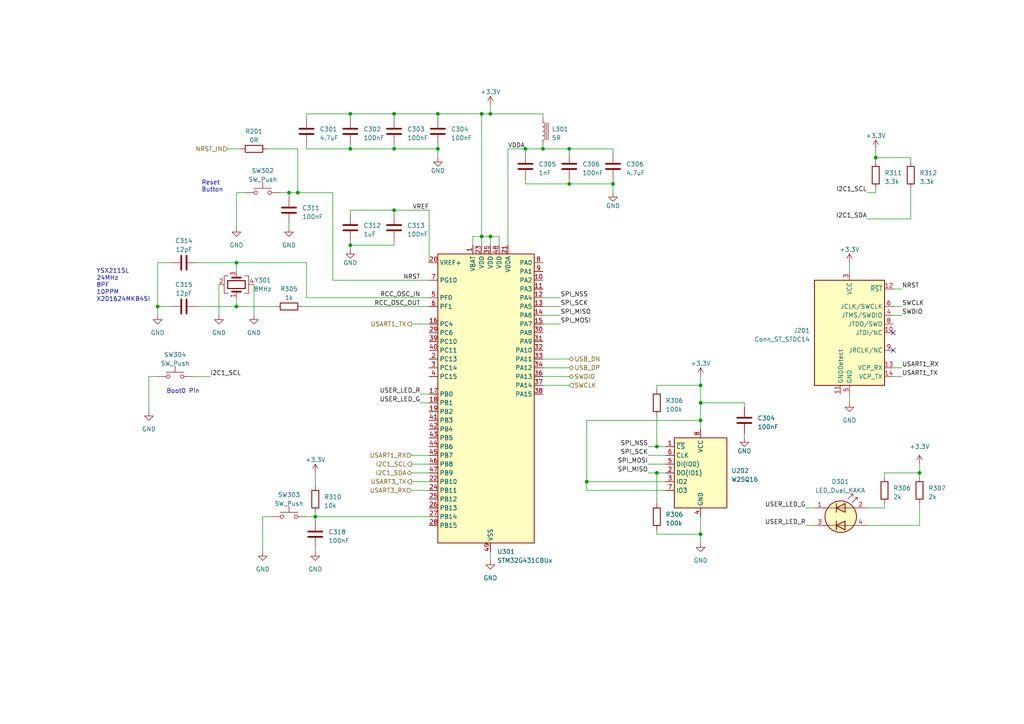
<source format=kicad_sch>
(kicad_sch (version 20230121) (generator eeschema)
  (paper "A4")
  (lib_symbols
    (symbol "Connector:Conn_ST_STDC14"
      (property "Reference" "J" (at -8.89 16.51 0))
      (property "Value" "Conn_ST_STDC14" (at 17.78 16.51 0))
      (symbol "Conn_ST_STDC14_0_1"
        (rectangle (start -10.16 15.24) (end 10.16 -15.24) (stroke (width 0.254)) (fill (type background)))
      )
      (symbol "Conn_ST_STDC14_1_1"
        (pin no_connect line (at -10.16 5.08 0) (length 2.54) hide (name "NC") (number "1"))
        (pin output line (at 12.7 0 180) (length 2.54) (name "JTDI/NC") (number "10"))
        (pin passive line (at -2.54 -17.78 90) (length 2.54) (name "GNDDetect") (number "11"))
        (pin open_collector line (at 12.7 12.7 180) (length 2.54) (name "~{RST}") (number "12"))
        (pin output line (at 12.7 -10.16 180) (length 2.54) (name "VCP_RX") (number "13"))
        (pin input line (at 12.7 -12.7 180) (length 2.54) (name "VCP_TX") (number "14"))
        (pin no_connect line (at -10.16 2.54 0) (length 2.54) hide (name "NC") (number "2"))
        (pin power_in line (at 0 17.78 270) (length 2.54) (name "VCC") (number "3"))
        (pin bidirectional line (at 12.7 5.08 180) (length 2.54) (name "JTMS/SWDIO") (number "4"))
        (pin power_in line (at 0 -17.78 90) (length 2.54) (name "GND") (number "5"))
        (pin output line (at 12.7 7.62 180) (length 2.54) (name "JCLK/SWCLK") (number "6"))
        (pin passive line (at 0 -17.78 90) (length 2.54) hide (name "GND") (number "7"))
        (pin input line (at 12.7 2.54 180) (length 2.54) (name "JTDO/SWO") (number "8"))
        (pin input line (at 12.7 -5.08 180) (length 2.54) (name "JRCLK/NC") (number "9"))
      )
    )
    (symbol "Device:C" (pin_numbers hide) (pin_names (offset 0.254))
      (property "Reference" "C" (at 0.635 2.54 0))
      (property "Value" "C" (at 0.635 -2.54 0))
      (symbol "C_0_1"
        (polyline (pts (xy -2.032 -0.762) (xy 2.032 -0.762)) (stroke (width 0.508)))
        (polyline (pts (xy -2.032 0.762) (xy 2.032 0.762)) (stroke (width 0.508)))
      )
      (symbol "C_1_1"
        (pin passive line (at 0 3.81 270) (length 2.794) (name "~") (number "1"))
        (pin passive line (at 0 -3.81 90) (length 2.794) (name "~") (number "2"))
      )
    )
    (symbol "Device:Crystal_GND24" (pin_names (offset 1.016) hide)
      (property "Reference" "Y" (at 3.175 5.08 0))
      (property "Value" "Crystal_GND24" (at 3.175 3.175 0))
      (symbol "Crystal_GND24_0_1"
        (rectangle (start -1.143 2.54) (end 1.143 -2.54) (stroke (width 0.3048)))
        (polyline (pts (xy -2.54 0) (xy -2.032 0)))
        (polyline (pts (xy -2.032 -1.27) (xy -2.032 1.27)) (stroke (width 0.508)))
        (polyline (pts (xy 0 -3.81) (xy 0 -3.556)))
        (polyline (pts (xy 0 3.556) (xy 0 3.81)))
        (polyline (pts (xy 2.032 -1.27) (xy 2.032 1.27)) (stroke (width 0.508)))
        (polyline (pts (xy 2.032 0) (xy 2.54 0)))
        (polyline (pts (xy -2.54 -2.286) (xy -2.54 -3.556) (xy 2.54 -3.556) (xy 2.54 -2.286)))
        (polyline (pts (xy -2.54 2.286) (xy -2.54 3.556) (xy 2.54 3.556) (xy 2.54 2.286)))
      )
      (symbol "Crystal_GND24_1_1"
        (pin passive line (at -3.81 0 0) (length 1.27) (name "1") (number "1"))
        (pin passive line (at 0 5.08 270) (length 1.27) (name "2") (number "2"))
        (pin passive line (at 3.81 0 180) (length 1.27) (name "3") (number "3"))
        (pin passive line (at 0 -5.08 90) (length 1.27) (name "4") (number "4"))
      )
    )
    (symbol "Device:LED_Dual_KAKA" (pin_names (offset 0) hide)
      (property "Reference" "D" (at 0 5.715 0))
      (property "Value" "LED_Dual_KAKA" (at 0 -6.35 0))
      (symbol "LED_Dual_KAKA_0_1"
        (polyline (pts (xy -5.08 -2.54) (xy 2.032 -2.54)))
        (polyline (pts (xy -5.08 2.54) (xy 2.032 2.54)))
        (polyline (pts (xy -1.27 -1.27) (xy -1.27 -3.81)) (stroke (width 0.254)))
        (polyline (pts (xy -1.27 3.81) (xy -1.27 1.27)) (stroke (width 0.254)))
        (polyline (pts (xy 3.81 -2.54) (xy 1.905 -2.54)))
        (polyline (pts (xy 3.81 2.54) (xy 1.905 2.54)))
        (polyline (pts (xy 1.27 -1.27) (xy 1.27 -3.81) (xy -1.27 -2.54) (xy 1.27 -1.27)) (stroke (width 0.254)))
        (polyline (pts (xy 1.27 3.81) (xy 1.27 1.27) (xy -1.27 2.54) (xy 1.27 3.81)) (stroke (width 0.254)))
        (polyline (pts (xy 2.032 5.08) (xy 3.556 6.604) (xy 2.794 6.604) (xy 3.556 6.604) (xy 3.556 5.842)))
        (polyline (pts (xy 3.302 4.064) (xy 4.826 5.588) (xy 4.064 5.588) (xy 4.826 5.588) (xy 4.826 4.826)))
        (circle (center 0 0) (radius 4.572) (stroke (width 0.254)) (fill (type background)))
      )
      (symbol "LED_Dual_KAKA_1_1"
        (pin input line (at -7.62 2.54 0) (length 3.048) (name "A1") (number "1"))
        (pin input line (at 7.62 2.54 180) (length 3.81) (name "K1") (number "2"))
        (pin input line (at -7.62 -2.54 0) (length 3.048) (name "A2") (number "3"))
        (pin input line (at 7.62 -2.54 180) (length 3.81) (name "K2") (number "4"))
      )
    )
    (symbol "Device:L_Iron" (pin_numbers hide) (pin_names (offset 1.016) hide)
      (property "Reference" "L" (at -1.27 0 90))
      (property "Value" "L_Iron" (at 2.794 0 90))
      (symbol "L_Iron_0_1"
        (arc (start 0 -2.54) (mid 0.6323 -1.905) (end 0 -1.27))
        (arc (start 0 -1.27) (mid 0.6323 -0.635) (end 0 0))
        (polyline (pts (xy 1.016 2.54) (xy 1.016 -2.54)))
        (polyline (pts (xy 1.524 -2.54) (xy 1.524 2.54)))
        (arc (start 0 0) (mid 0.6323 0.635) (end 0 1.27))
        (arc (start 0 1.27) (mid 0.6323 1.905) (end 0 2.54))
      )
      (symbol "L_Iron_1_1"
        (pin passive line (at 0 3.81 270) (length 1.27) (name "1") (number "1"))
        (pin passive line (at 0 -3.81 90) (length 1.27) (name "2") (number "2"))
      )
    )
    (symbol "Device:R" (pin_numbers hide) (pin_names (offset 0))
      (property "Reference" "R" (at 2.032 0 90))
      (property "Value" "R" (at 0 0 90))
      (symbol "R_0_1"
        (rectangle (start -1.016 -2.54) (end 1.016 2.54) (stroke (width 0.254)))
      )
      (symbol "R_1_1"
        (pin passive line (at 0 3.81 270) (length 1.27) (name "~") (number "1"))
        (pin passive line (at 0 -3.81 90) (length 1.27) (name "~") (number "2"))
      )
    )
    (symbol "MCU_ST_STM32G4:STM32G431CBUx"
      (property "Reference" "U" (at -12.7 44.45 0))
      (property "Value" "STM32G431CBUx" (at 10.16 44.45 0))
      (symbol "STM32G431CBUx_0_1"
        (rectangle (start -12.7 -40.64) (end 15.24 43.18) (stroke (width 0.254)) (fill (type background)))
      )
      (symbol "STM32G431CBUx_1_1"
        (pin power_in line (at -2.54 45.72 270) (length 2.54) (name "VBAT") (number "1"))
        (pin bidirectional line (at 17.78 35.56 180) (length 2.54) (name "PA2") (number "10"))
        (pin bidirectional line (at 17.78 33.02 180) (length 2.54) (name "PA3") (number "11"))
        (pin bidirectional line (at 17.78 30.48 180) (length 2.54) (name "PA4") (number "12"))
        (pin bidirectional line (at 17.78 27.94 180) (length 2.54) (name "PA5") (number "13"))
        (pin bidirectional line (at 17.78 25.4 180) (length 2.54) (name "PA6") (number "14"))
        (pin bidirectional line (at 17.78 22.86 180) (length 2.54) (name "PA7") (number "15"))
        (pin bidirectional line (at -15.24 22.86 0) (length 2.54) (name "PC4") (number "16"))
        (pin bidirectional line (at -15.24 2.54 0) (length 2.54) (name "PB0") (number "17"))
        (pin bidirectional line (at -15.24 0 0) (length 2.54) (name "PB1") (number "18"))
        (pin bidirectional line (at -15.24 -2.54 0) (length 2.54) (name "PB2") (number "19"))
        (pin bidirectional line (at -15.24 12.7 0) (length 2.54) (name "PC13") (number "2"))
        (pin input line (at -15.24 40.64 0) (length 2.54) (name "VREF+") (number "20"))
        (pin power_in line (at 7.62 45.72 270) (length 2.54) (name "VDDA") (number "21"))
        (pin bidirectional line (at -15.24 -22.86 0) (length 2.54) (name "PB10") (number "22"))
        (pin power_in line (at 0 45.72 270) (length 2.54) (name "VDD") (number "23"))
        (pin bidirectional line (at -15.24 -25.4 0) (length 2.54) (name "PB11") (number "24"))
        (pin bidirectional line (at -15.24 -27.94 0) (length 2.54) (name "PB12") (number "25"))
        (pin bidirectional line (at -15.24 -30.48 0) (length 2.54) (name "PB13") (number "26"))
        (pin bidirectional line (at -15.24 -33.02 0) (length 2.54) (name "PB14") (number "27"))
        (pin bidirectional line (at -15.24 -35.56 0) (length 2.54) (name "PB15") (number "28"))
        (pin bidirectional line (at -15.24 20.32 0) (length 2.54) (name "PC6") (number "29"))
        (pin bidirectional line (at -15.24 10.16 0) (length 2.54) (name "PC14") (number "3"))
        (pin bidirectional line (at 17.78 20.32 180) (length 2.54) (name "PA8") (number "30"))
        (pin bidirectional line (at 17.78 17.78 180) (length 2.54) (name "PA9") (number "31"))
        (pin bidirectional line (at 17.78 15.24 180) (length 2.54) (name "PA10") (number "32"))
        (pin bidirectional line (at 17.78 12.7 180) (length 2.54) (name "PA11") (number "33"))
        (pin bidirectional line (at 17.78 10.16 180) (length 2.54) (name "PA12") (number "34"))
        (pin power_in line (at 2.54 45.72 270) (length 2.54) (name "VDD") (number "35"))
        (pin bidirectional line (at 17.78 7.62 180) (length 2.54) (name "PA13") (number "36"))
        (pin bidirectional line (at 17.78 5.08 180) (length 2.54) (name "PA14") (number "37"))
        (pin bidirectional line (at 17.78 2.54 180) (length 2.54) (name "PA15") (number "38"))
        (pin bidirectional line (at -15.24 17.78 0) (length 2.54) (name "PC10") (number "39"))
        (pin bidirectional line (at -15.24 7.62 0) (length 2.54) (name "PC15") (number "4"))
        (pin bidirectional line (at -15.24 15.24 0) (length 2.54) (name "PC11") (number "40"))
        (pin bidirectional line (at -15.24 -5.08 0) (length 2.54) (name "PB3") (number "41"))
        (pin bidirectional line (at -15.24 -7.62 0) (length 2.54) (name "PB4") (number "42"))
        (pin bidirectional line (at -15.24 -10.16 0) (length 2.54) (name "PB5") (number "43"))
        (pin bidirectional line (at -15.24 -12.7 0) (length 2.54) (name "PB6") (number "44"))
        (pin bidirectional line (at -15.24 -15.24 0) (length 2.54) (name "PB7") (number "45"))
        (pin bidirectional line (at -15.24 -17.78 0) (length 2.54) (name "PB8") (number "46"))
        (pin bidirectional line (at -15.24 -20.32 0) (length 2.54) (name "PB9") (number "47"))
        (pin power_in line (at 5.08 45.72 270) (length 2.54) (name "VDD") (number "48"))
        (pin power_in line (at 2.54 -43.18 90) (length 2.54) (name "VSS") (number "49"))
        (pin bidirectional line (at -15.24 30.48 0) (length 2.54) (name "PF0") (number "5"))
        (pin bidirectional line (at -15.24 27.94 0) (length 2.54) (name "PF1") (number "6"))
        (pin bidirectional line (at -15.24 35.56 0) (length 2.54) (name "PG10") (number "7"))
        (pin bidirectional line (at 17.78 40.64 180) (length 2.54) (name "PA0") (number "8"))
        (pin bidirectional line (at 17.78 38.1 180) (length 2.54) (name "PA1") (number "9"))
      )
    )
    (symbol "Memory_Flash:W25Q32JVSS"
      (property "Reference" "U" (at -6.35 11.43 0))
      (property "Value" "W25Q32JVSS" (at 7.62 11.43 0))
      (symbol "W25Q32JVSS_0_1"
        (rectangle (start -7.62 10.16) (end 7.62 -10.16) (stroke (width 0.254)) (fill (type background)))
      )
      (symbol "W25Q32JVSS_1_1"
        (pin input line (at -10.16 7.62 0) (length 2.54) (name "~{CS}") (number "1"))
        (pin bidirectional line (at -10.16 0 0) (length 2.54) (name "DO(IO1)") (number "2"))
        (pin bidirectional line (at -10.16 -2.54 0) (length 2.54) (name "IO2") (number "3"))
        (pin power_in line (at 0 -12.7 90) (length 2.54) (name "GND") (number "4"))
        (pin bidirectional line (at -10.16 2.54 0) (length 2.54) (name "DI(IO0)") (number "5"))
        (pin input line (at -10.16 5.08 0) (length 2.54) (name "CLK") (number "6"))
        (pin bidirectional line (at -10.16 -5.08 0) (length 2.54) (name "IO3") (number "7"))
        (pin power_in line (at 0 12.7 270) (length 2.54) (name "VCC") (number "8"))
      )
    )
    (symbol "Switch:SW_Push" (pin_numbers hide) (pin_names (offset 1.016) hide)
      (property "Reference" "SW" (at 1.27 2.54 0))
      (property "Value" "SW_Push" (at 0 -1.524 0))
      (symbol "SW_Push_0_1"
        (circle (center -2.032 0) (radius 0.508))
        (polyline (pts (xy 0 1.27) (xy 0 3.048)))
        (polyline (pts (xy 2.54 1.27) (xy -2.54 1.27)))
        (circle (center 2.032 0) (radius 0.508))
        (pin passive line (at -5.08 0 0) (length 2.54) (name "1") (number "1"))
        (pin passive line (at 5.08 0 180) (length 2.54) (name "2") (number "2"))
      )
    )
    (symbol "power:+3.3V" (power) (pin_names (offset 0))
      (property "Value" "+3.3V" (at 0 3.556 0))
      (symbol "+3.3V_0_1"
        (polyline (pts (xy -0.762 1.27) (xy 0 2.54)))
        (polyline (pts (xy 0 0) (xy 0 2.54)))
        (polyline (pts (xy 0 2.54) (xy 0.762 1.27)))
      )
      (symbol "+3.3V_1_1"
        (pin power_in line (at 0 0 90) (length 0) hide (name "+3.3V") (number "1"))
      )
    )
    (symbol "power:GND" (power) (pin_names (offset 0))
      (property "Value" "GND" (at 0 -3.81 0))
      (symbol "GND_0_1"
        (polyline (pts (xy 0 0) (xy 0 -1.27) (xy 1.27 -1.27) (xy 0 -2.54) (xy -1.27 -1.27) (xy 0 -1.27)))
      )
      (symbol "GND_1_1"
        (pin power_in line (at 0 0 270) (length 0) hide (name "GND") (number "1"))
      )
    )
  )
  (junction (at 170.18 139.7))
  (junction (at 152.4 43.18))
  (junction (at 68.58 76.2))
  (junction (at 45.72 88.9))
  (junction (at 254 45.72))
  (junction (at 177.8 53.34))
  (junction (at 165.1 53.34))
  (junction (at 86.36 55.88))
  (junction (at 101.6 33.02))
  (junction (at 190.5 137.16))
  (junction (at 203.2 154.94))
  (junction (at 83.82 55.88))
  (junction (at 68.58 88.9))
  (junction (at 203.2 121.92))
  (junction (at 101.6 43.18))
  (junction (at 127 33.02))
  (junction (at 203.2 116.84))
  (junction (at 114.3 60.96))
  (junction (at 142.24 68.58))
  (junction (at 114.3 43.18))
  (junction (at 139.7 33.02))
  (junction (at 203.2 111.76))
  (junction (at 165.1 43.18))
  (junction (at 190.5 129.54))
  (junction (at 157.48 43.18))
  (junction (at 91.44 149.86))
  (junction (at 139.7 68.58))
  (junction (at 114.3 33.02))
  (junction (at 266.7 137.16))
  (junction (at 101.6 71.12))
  (junction (at 142.24 33.02))
  (junction (at 127 43.18))
  (no_connect (at 259.08 101.6))
  (no_connect (at 259.08 96.52))
  (wire (pts (xy 259.08 106.68) (xy 261.62 106.68)))
  (wire (pts (xy 254 54.61) (xy 254 55.88)))
  (wire (pts (xy 127 43.18) (xy 127 41.91)))
  (wire (pts (xy 264.16 46.99) (xy 264.16 45.72)))
  (wire (pts (xy 157.48 88.9) (xy 162.56 88.9)))
  (wire (pts (xy 119.38 137.16) (xy 124.46 137.16)))
  (wire (pts (xy 190.5 129.54) (xy 193.04 129.54)))
  (wire (pts (xy 71.12 55.88) (xy 68.58 55.88)))
  (wire (pts (xy 177.8 44.45) (xy 177.8 43.18)))
  (wire (pts (xy 152.4 52.07) (xy 152.4 53.34)))
  (wire (pts (xy 246.38 76.2) (xy 246.38 78.74)))
  (wire (pts (xy 152.4 43.18) (xy 147.32 43.18)))
  (wire (pts (xy 119.38 93.98) (xy 124.46 93.98)))
  (wire (pts (xy 264.16 63.5) (xy 251.46 63.5)))
  (wire (pts (xy 256.54 137.16) (xy 266.7 137.16)))
  (wire (pts (xy 119.38 134.62) (xy 124.46 134.62)))
  (wire (pts (xy 96.52 81.28) (xy 96.52 55.88)))
  (wire (pts (xy 142.24 68.58) (xy 139.7 68.58)))
  (wire (pts (xy 190.5 137.16) (xy 193.04 137.16)))
  (wire (pts (xy 203.2 111.76) (xy 190.5 111.76)))
  (wire (pts (xy 45.72 88.9) (xy 45.72 76.2)))
  (wire (pts (xy 266.7 146.05) (xy 266.7 152.4)))
  (wire (pts (xy 127 43.18) (xy 127 45.72)))
  (wire (pts (xy 119.38 132.08) (xy 124.46 132.08)))
  (wire (pts (xy 142.24 71.12) (xy 142.24 68.58)))
  (wire (pts (xy 190.5 153.67) (xy 190.5 154.94)))
  (wire (pts (xy 259.08 88.9) (xy 261.62 88.9)))
  (wire (pts (xy 68.58 88.9) (xy 80.01 88.9)))
  (wire (pts (xy 88.9 76.2) (xy 88.9 86.36)))
  (wire (pts (xy 215.9 118.11) (xy 215.9 116.84)))
  (wire (pts (xy 66.04 43.18) (xy 69.85 43.18)))
  (wire (pts (xy 88.9 149.86) (xy 91.44 149.86)))
  (wire (pts (xy 101.6 60.96) (xy 114.3 60.96)))
  (wire (pts (xy 121.92 114.3) (xy 124.46 114.3)))
  (wire (pts (xy 254 43.18) (xy 254 45.72)))
  (wire (pts (xy 233.68 147.32) (xy 236.22 147.32)))
  (wire (pts (xy 190.5 137.16) (xy 190.5 146.05)))
  (wire (pts (xy 55.88 109.22) (xy 60.96 109.22)))
  (wire (pts (xy 77.47 43.18) (xy 86.36 43.18)))
  (wire (pts (xy 101.6 43.18) (xy 114.3 43.18)))
  (wire (pts (xy 254 55.88) (xy 251.46 55.88)))
  (wire (pts (xy 157.48 41.91) (xy 157.48 43.18)))
  (wire (pts (xy 86.36 55.88) (xy 83.82 55.88)))
  (wire (pts (xy 157.48 91.44) (xy 162.56 91.44)))
  (wire (pts (xy 165.1 44.45) (xy 165.1 43.18)))
  (wire (pts (xy 233.68 152.4) (xy 236.22 152.4)))
  (wire (pts (xy 203.2 109.22) (xy 203.2 111.76)))
  (wire (pts (xy 68.58 55.88) (xy 68.58 66.04)))
  (wire (pts (xy 68.58 76.2) (xy 88.9 76.2)))
  (wire (pts (xy 87.63 88.9) (xy 124.46 88.9)))
  (wire (pts (xy 157.48 93.98) (xy 162.56 93.98)))
  (wire (pts (xy 256.54 137.16) (xy 256.54 138.43)))
  (wire (pts (xy 101.6 41.91) (xy 101.6 43.18)))
  (wire (pts (xy 203.2 121.92) (xy 203.2 124.46)))
  (wire (pts (xy 83.82 64.77) (xy 83.82 66.04)))
  (wire (pts (xy 256.54 146.05) (xy 256.54 147.32)))
  (wire (pts (xy 157.48 106.68) (xy 165.1 106.68)))
  (wire (pts (xy 203.2 116.84) (xy 215.9 116.84)))
  (wire (pts (xy 124.46 60.96) (xy 114.3 60.96)))
  (wire (pts (xy 86.36 43.18) (xy 86.36 55.88)))
  (wire (pts (xy 101.6 71.12) (xy 114.3 71.12)))
  (wire (pts (xy 170.18 139.7) (xy 170.18 121.92)))
  (wire (pts (xy 157.48 43.18) (xy 165.1 43.18)))
  (wire (pts (xy 96.52 81.28) (xy 124.46 81.28)))
  (wire (pts (xy 187.96 134.62) (xy 193.04 134.62)))
  (wire (pts (xy 157.48 86.36) (xy 162.56 86.36)))
  (wire (pts (xy 203.2 149.86) (xy 203.2 154.94)))
  (wire (pts (xy 88.9 34.29) (xy 88.9 33.02)))
  (wire (pts (xy 152.4 53.34) (xy 165.1 53.34)))
  (wire (pts (xy 165.1 53.34) (xy 177.8 53.34)))
  (wire (pts (xy 86.36 55.88) (xy 96.52 55.88)))
  (wire (pts (xy 157.48 104.14) (xy 165.1 104.14)))
  (wire (pts (xy 144.78 68.58) (xy 142.24 68.58)))
  (wire (pts (xy 259.08 109.22) (xy 261.62 109.22)))
  (wire (pts (xy 137.16 68.58) (xy 137.16 71.12)))
  (wire (pts (xy 45.72 109.22) (xy 43.18 109.22)))
  (wire (pts (xy 165.1 52.07) (xy 165.1 53.34)))
  (wire (pts (xy 114.3 41.91) (xy 114.3 43.18)))
  (wire (pts (xy 114.3 71.12) (xy 114.3 69.85)))
  (wire (pts (xy 83.82 57.15) (xy 83.82 55.88)))
  (wire (pts (xy 45.72 88.9) (xy 49.53 88.9)))
  (wire (pts (xy 170.18 121.92) (xy 203.2 121.92)))
  (wire (pts (xy 101.6 71.12) (xy 101.6 72.39)))
  (wire (pts (xy 254 45.72) (xy 264.16 45.72)))
  (wire (pts (xy 190.5 120.65) (xy 190.5 129.54)))
  (wire (pts (xy 139.7 33.02) (xy 139.7 68.58)))
  (wire (pts (xy 203.2 116.84) (xy 203.2 121.92)))
  (wire (pts (xy 119.38 142.24) (xy 124.46 142.24)))
  (wire (pts (xy 170.18 142.24) (xy 170.18 139.7)))
  (wire (pts (xy 264.16 54.61) (xy 264.16 63.5)))
  (wire (pts (xy 157.48 33.02) (xy 142.24 33.02)))
  (wire (pts (xy 152.4 44.45) (xy 152.4 43.18)))
  (wire (pts (xy 119.38 139.7) (xy 124.46 139.7)))
  (wire (pts (xy 144.78 71.12) (xy 144.78 68.58)))
  (wire (pts (xy 259.08 91.44) (xy 261.62 91.44)))
  (wire (pts (xy 170.18 139.7) (xy 193.04 139.7)))
  (wire (pts (xy 256.54 147.32) (xy 251.46 147.32)))
  (wire (pts (xy 157.48 34.29) (xy 157.48 33.02)))
  (wire (pts (xy 81.28 55.88) (xy 83.82 55.88)))
  (wire (pts (xy 101.6 34.29) (xy 101.6 33.02)))
  (wire (pts (xy 187.96 137.16) (xy 190.5 137.16)))
  (wire (pts (xy 114.3 33.02) (xy 127 33.02)))
  (wire (pts (xy 68.58 78.74) (xy 68.58 76.2)))
  (wire (pts (xy 114.3 33.02) (xy 114.3 34.29)))
  (wire (pts (xy 101.6 43.18) (xy 88.9 43.18)))
  (wire (pts (xy 76.2 149.86) (xy 76.2 160.02)))
  (wire (pts (xy 142.24 33.02) (xy 139.7 33.02)))
  (wire (pts (xy 203.2 154.94) (xy 203.2 157.48)))
  (wire (pts (xy 91.44 149.86) (xy 124.46 149.86)))
  (wire (pts (xy 139.7 71.12) (xy 139.7 68.58)))
  (wire (pts (xy 124.46 60.96) (xy 124.46 76.2)))
  (wire (pts (xy 57.15 76.2) (xy 68.58 76.2)))
  (wire (pts (xy 91.44 137.16) (xy 91.44 140.97)))
  (wire (pts (xy 165.1 43.18) (xy 177.8 43.18)))
  (wire (pts (xy 68.58 86.36) (xy 68.58 88.9)))
  (wire (pts (xy 142.24 30.48) (xy 142.24 33.02)))
  (wire (pts (xy 45.72 91.44) (xy 45.72 88.9)))
  (wire (pts (xy 266.7 152.4) (xy 251.46 152.4)))
  (wire (pts (xy 91.44 151.13) (xy 91.44 149.86)))
  (wire (pts (xy 88.9 33.02) (xy 101.6 33.02)))
  (wire (pts (xy 177.8 53.34) (xy 177.8 55.88)))
  (wire (pts (xy 101.6 71.12) (xy 101.6 69.85)))
  (wire (pts (xy 190.5 111.76) (xy 190.5 113.03)))
  (wire (pts (xy 127 34.29) (xy 127 33.02)))
  (wire (pts (xy 266.7 137.16) (xy 266.7 138.43)))
  (wire (pts (xy 114.3 43.18) (xy 127 43.18)))
  (wire (pts (xy 215.9 125.73) (xy 215.9 127)))
  (wire (pts (xy 91.44 158.75) (xy 91.44 160.02)))
  (wire (pts (xy 139.7 68.58) (xy 137.16 68.58)))
  (wire (pts (xy 177.8 52.07) (xy 177.8 53.34)))
  (wire (pts (xy 187.96 132.08) (xy 193.04 132.08)))
  (wire (pts (xy 142.24 160.02) (xy 142.24 162.56)))
  (wire (pts (xy 78.74 149.86) (xy 76.2 149.86)))
  (wire (pts (xy 73.66 82.55) (xy 73.66 91.44)))
  (wire (pts (xy 147.32 43.18) (xy 147.32 71.12)))
  (wire (pts (xy 91.44 148.59) (xy 91.44 149.86)))
  (wire (pts (xy 127 33.02) (xy 139.7 33.02)))
  (wire (pts (xy 121.92 116.84) (xy 124.46 116.84)))
  (wire (pts (xy 57.15 88.9) (xy 68.58 88.9)))
  (wire (pts (xy 203.2 111.76) (xy 203.2 116.84)))
  (wire (pts (xy 43.18 109.22) (xy 43.18 119.38)))
  (wire (pts (xy 187.96 129.54) (xy 190.5 129.54)))
  (wire (pts (xy 193.04 142.24) (xy 170.18 142.24)))
  (wire (pts (xy 266.7 134.62) (xy 266.7 137.16)))
  (wire (pts (xy 259.08 83.82) (xy 261.62 83.82)))
  (wire (pts (xy 114.3 60.96) (xy 114.3 62.23)))
  (wire (pts (xy 63.5 91.44) (xy 63.5 82.55)))
  (wire (pts (xy 101.6 33.02) (xy 114.3 33.02)))
  (wire (pts (xy 254 45.72) (xy 254 46.99)))
  (wire (pts (xy 45.72 76.2) (xy 49.53 76.2)))
  (wire (pts (xy 88.9 41.91) (xy 88.9 43.18)))
  (wire (pts (xy 88.9 86.36) (xy 124.46 86.36)))
  (wire (pts (xy 157.48 109.22) (xy 165.1 109.22)))
  (wire (pts (xy 157.48 43.18) (xy 152.4 43.18)))
  (wire (pts (xy 246.38 114.3) (xy 246.38 116.84)))
  (wire (pts (xy 157.48 111.76) (xy 165.1 111.76)))
  (wire (pts (xy 190.5 154.94) (xy 203.2 154.94)))
  (wire (pts (xy 101.6 60.96) (xy 101.6 62.23)))
  (text "Reset\nButton" (at 58.42 55.88 0) (effects (font (size 1.27 1.27)) (justify left bottom)))
  (text "YSX211SL\n24MHz\n8PF\n10PPM\nX201624MKB4SI" (at 27.94 87.63 0) (effects (font (size 1.27 1.27)) (justify left bottom)))
  (text "Boot0 Pin" (at 48.26 114.3 0) (effects (font (size 1.27 1.27)) (justify left bottom)))
  (label "RCC_OSC_OUT" (at 121.92 88.9 180))
  (label "SPI_SCK" (at 162.56 88.9 0))
  (label "USART1_TX" (at 261.62 109.22 0))
  (label "USER_LED_G" (at 233.68 147.32 180))
  (label "USER_LED_G" (at 121.92 116.84 180))
  (label "SPI_NSS" (at 162.56 86.36 0))
  (label "SPI_MOSI" (at 162.56 93.98 0))
  (label "SPI_NSS" (at 187.96 129.54 180))
  (label "SPI_SCK" (at 187.96 132.08 180))
  (label "I2C1_SDA" (at 251.46 63.5 180))
  (label "USER_LED_R" (at 233.68 152.4 180))
  (label "VREF" (at 124.46 60.96 180))
  (label "NRST" (at 261.62 83.82 0))
  (label "VDDA" (at 147.32 43.18 0))
  (label "USART1_RX" (at 261.62 106.68 0))
  (label "I2C1_SCL" (at 251.46 55.88 180))
  (label "SPI_MISO" (at 162.56 91.44 0))
  (label "SWCLK" (at 261.62 88.9 0))
  (label "NRST" (at 121.92 81.28 180))
  (label "USER_LED_R" (at 121.92 114.3 180))
  (label "SPI_MOSI" (at 187.96 134.62 180))
  (label "I2C1_SCL" (at 60.96 109.22 0))
  (label "SPI_MISO" (at 187.96 137.16 180))
  (label "RCC_OSC_IN" (at 121.92 86.36 180))
  (label "SWDIO" (at 261.62 91.44 0))
  (hierarchical_label "USART3_RX" (shape input) (at 119.38 142.24 180))
  (hierarchical_label "USART1_RX" (shape input) (at 119.38 132.08 180))
  (hierarchical_label "USB_DN" (shape bidirectional) (at 165.1 104.14 0))
  (hierarchical_label "USART3_TX" (shape output) (at 119.38 139.7 180))
  (hierarchical_label "USART1_TX" (shape output) (at 119.38 93.98 180))
  (hierarchical_label "I2C1_SCL" (shape output) (at 119.38 134.62 180))
  (hierarchical_label "SWDIO" (shape bidirectional) (at 165.1 109.22 0))
  (hierarchical_label "NRST_IN" (shape input) (at 66.04 43.18 180))
  (hierarchical_label "USB_DP" (shape bidirectional) (at 165.1 106.68 0))
  (hierarchical_label "SWCLK" (shape input) (at 165.1 111.76 0))
  (hierarchical_label "I2C1_SDA" (shape bidirectional) (at 119.38 137.16 180))
  (symbol (lib_id "Device:C") (at 127 38.1 0) (unit 1)
    (property "Reference" "C304" (at 130.81 37.465 0) (effects (justify left)))
    (property "Value" "100nF" (at 130.81 40.005 0) (effects (justify left)))
    (property "Footprint" "Capacitor_SMD:C_0402_1005Metric" (effects hide))
    (instances (project "Quad_RAK3172_Board" (path "" (reference "C304") (unit 1))) (project "LCD-1.9in-GUI" (path "" (reference "C204") (unit 1))) (project "STM32-USB-Audio-Board" (path "" (reference "C204") (unit 1))))
  )
  (symbol (lib_id "power:GND") (at 246.38 116.84 0) (unit 1)
    (property "Reference" "#PWR0322" (effects hide))
    (property "Value" "GND" (at 246.38 121.92 0))
    (instances (project "Quad_RAK3172_Board" (path "" (reference "#PWR0322") (unit 1))) (project "LCD-1.9in-GUI" (path "" (reference "#PWR0213") (unit 1))) (project "STM32-USB-Audio-Board" (path "" (reference "#PWR0213") (unit 1))))
  )
  (symbol (lib_id "Switch:SW_Push") (at 50.8 109.22 0) (unit 1)
    (property "Reference" "SW304" (at 50.8 102.87 0))
    (property "Value" "SW_Push" (at 50.8 105.41 0))
    (property "Footprint" "Button_Switch_SMD:SW_SPST_B3U-1000P-B" (effects hide))
    (instances (project "Quad_RAK3172_Board" (path "" (reference "SW304") (unit 1))) (project "LCD-1.9in-GUI" (path "" (reference "SW202") (unit 1))) (project "STM32-USB-Audio-Board" (path "" (reference "SW202") (unit 1))))
  )
  (symbol (lib_id "power:GND") (at 127 45.72 0) (unit 1)
    (property "Reference" "#PWR0304" (effects hide))
    (property "Value" "GND" (at 127 49.53 0))
    (instances (project "Quad_RAK3172_Board" (path "" (reference "#PWR0304") (unit 1))) (project "LCD-1.9in-GUI" (path "" (reference "#PWR0203") (unit 1))) (project "STM32-USB-Audio-Board" (path "" (reference "#PWR0203") (unit 1))))
  )
  (symbol (lib_id "Device:R") (at 83.82 88.9 90) (unit 1)
    (property "Reference" "R305" (at 83.82 83.82 90))
    (property "Value" "1k" (at 83.82 86.36 90))
    (property "Footprint" "Resistor_SMD:R_0402_1005Metric" (effects hide))
    (instances (project "Quad_RAK3172_Board" (path "" (reference "R305") (unit 1))) (project "LCD-1.9in-GUI" (path "" (reference "R204") (unit 1))) (project "STM32-USB-Audio-Board" (path "" (reference "R204") (unit 1))))
  )
  (symbol (lib_id "power:+3.3V") (at 254 43.18 0) (unit 1)
    (property "Reference" "#PWR0327" (effects hide))
    (property "Value" "+3.3V" (at 254 39.37 0))
    (instances (project "Quad_RAK3172_Board" (path "" (reference "#PWR0327") (unit 1))) (project "LCD-1.9in-GUI" (path "" (reference "#PWR0202") (unit 1))) (project "STM32-USB-Audio-Board" (path "" (reference "#PWR0202") (unit 1))))
  )
  (symbol (lib_id "Device:C") (at 88.9 38.1 0) (unit 1)
    (property "Reference" "C301" (at 92.71 37.465 0) (effects (justify left)))
    (property "Value" "4.7uF" (at 92.71 40.005 0) (effects (justify left)))
    (property "Footprint" "Capacitor_SMD:C_0603_1608Metric" (effects hide))
    (instances (project "Quad_RAK3172_Board" (path "" (reference "C301") (unit 1))) (project "LCD-1.9in-GUI" (path "" (reference "C201") (unit 1))) (project "STM32-USB-Audio-Board" (path "" (reference "C201") (unit 1))))
  )
  (symbol (lib_id "power:+3.3V") (at 266.7 134.62 0) (unit 1)
    (property "Reference" "#PWR0315" (effects hide))
    (property "Value" "+3.3V" (at 266.7 129.54 0))
    (instances (project "Quad_RAK3172_Board" (path "" (reference "#PWR0315") (unit 1))) (project "pico-swd-programmer" (path "" (reference "#PWR0209") (unit 1))) (project "LCD-1.9in-GUI" (path "" (reference "#PWR0216") (unit 1))) (project "STM32-USB-Audio-Board" (path "" (reference "#PWR0214") (unit 1))) (project "ble-lamp" (path "" (reference "#PWR0201") (unit 1))))
  )
  (symbol (lib_id "Device:C") (at 101.6 66.04 0) (unit 1)
    (property "Reference" "C312" (at 105.41 65.405 0) (effects (justify left)))
    (property "Value" "1uF" (at 105.41 67.945 0) (effects (justify left)))
    (property "Footprint" "Capacitor_SMD:C_0402_1005Metric" (effects hide))
    (instances (project "Quad_RAK3172_Board" (path "" (reference "C312") (unit 1))) (project "LCD-1.9in-GUI" (path "" (reference "C209") (unit 1))) (project "STM32-USB-Audio-Board" (path "" (reference "C209") (unit 1))))
  )
  (symbol (lib_id "Device:C") (at 152.4 48.26 0) (unit 1)
    (property "Reference" "C305" (at 156.21 47.625 0) (effects (justify left)))
    (property "Value" "1nF" (at 156.21 50.165 0) (effects (justify left)))
    (property "Footprint" "Capacitor_SMD:C_0402_1005Metric" (effects hide))
    (instances (project "Quad_RAK3172_Board" (path "" (reference "C305") (unit 1))) (project "LCD-1.9in-GUI" (path "" (reference "C205") (unit 1))) (project "STM32-USB-Audio-Board" (path "" (reference "C205") (unit 1))))
  )
  (symbol (lib_id "Device:R") (at 91.44 144.78 180) (unit 1)
    (property "Reference" "R310" (at 93.98 144.145 0) (effects (justify right)))
    (property "Value" "10k" (at 93.98 146.685 0) (effects (justify right)))
    (property "Footprint" "Resistor_SMD:R_0402_1005Metric" (effects hide))
    (instances (project "Quad_RAK3172_Board" (path "" (reference "R310") (unit 1))) (project "LCD-1.9in-GUI" (path "" (reference "R208") (unit 1))) (project "STM32-USB-Audio-Board" (path "" (reference "R208") (unit 1))))
  )
  (symbol (lib_id "power:+3.3V") (at 246.38 76.2 0) (unit 1)
    (property "Reference" "#PWR0327" (effects hide))
    (property "Value" "+3.3V" (at 246.38 72.39 0))
    (instances (project "Quad_RAK3172_Board" (path "" (reference "#PWR0327") (unit 1))) (project "LCD-1.9in-GUI" (path "" (reference "#PWR0208") (unit 1))) (project "STM32-USB-Audio-Board" (path "" (reference "#PWR0208") (unit 1))))
  )
  (symbol (lib_id "Device:C") (at 53.34 76.2 90) (unit 1)
    (property "Reference" "C314" (at 53.34 69.85 90))
    (property "Value" "12pF" (at 53.34 72.39 90))
    (property "Footprint" "Capacitor_SMD:C_0402_1005Metric" (effects hide))
    (instances (project "Quad_RAK3172_Board" (path "" (reference "C314") (unit 1))) (project "LCD-1.9in-GUI" (path "" (reference "C211") (unit 1))) (project "STM32-USB-Audio-Board" (path "" (reference "C211") (unit 1))))
  )
  (symbol (lib_id "Switch:SW_Push") (at 83.82 149.86 0) (unit 1)
    (property "Reference" "SW303" (at 83.82 143.51 0))
    (property "Value" "SW_Push" (at 83.82 146.05 0))
    (property "Footprint" "Button_Switch_SMD:SW_SPST_B3U-1000P-B" (effects hide))
    (instances (project "Quad_RAK3172_Board" (path "" (reference "SW303") (unit 1))) (project "LCD-1.9in-GUI" (path "" (reference "SW203") (unit 1))) (project "STM32-USB-Audio-Board" (path "" (reference "SW204") (unit 1))))
  )
  (symbol (lib_id "Device:Crystal_GND24") (at 68.58 82.55 90) (unit 1)
    (property "Reference" "Y301" (at 76.2 81.28 90))
    (property "Value" "8MHz" (at 76.2 83.82 90))
    (property "Footprint" "Crystal:Crystal_SMD_2016-4Pin_2.0x1.6mm" (effects hide))
    (instances (project "Quad_RAK3172_Board" (path "" (reference "Y301") (unit 1))) (project "LCD-1.9in-GUI" (path "" (reference "Y201") (unit 1))) (project "STM32-USB-Audio-Board" (path "" (reference "Y201") (unit 1))))
  )
  (symbol (lib_id "Device:R") (at 190.5 116.84 0) (unit 1)
    (property "Reference" "R306" (at 193.04 116.205 0) (effects (justify left)))
    (property "Value" "100k" (at 193.04 118.745 0) (effects (justify left)))
    (property "Footprint" "Resistor_SMD:R_0402_1005Metric" (effects hide))
    (instances (project "Quad_RAK3172_Board" (path "" (reference "R306") (unit 1))) (project "pico-swd-programmer" (path "" (reference "R204") (unit 1))) (project "LCD-1.9in-GUI" (path "" (reference "R205") (unit 1))) (project "STM32-USB-Audio-Board" (path "" (reference "R209") (unit 1))) (project "ble-lamp" (path "" (reference "R201") (unit 1))))
  )
  (symbol (lib_id "Device:C") (at 215.9 121.92 0) (unit 1)
    (property "Reference" "C304" (at 219.71 121.285 0) (effects (justify left)))
    (property "Value" "100nF" (at 219.71 123.825 0) (effects (justify left)))
    (property "Footprint" "Capacitor_SMD:C_0402_1005Metric" (effects hide))
    (instances (project "Quad_RAK3172_Board" (path "" (reference "C304") (unit 1))) (project "LCD-1.9in-GUI" (path "" (reference "C213") (unit 1))) (project "STM32-USB-Audio-Board" (path "" (reference "C213") (unit 1))))
  )
  (symbol (lib_id "power:GND") (at 177.8 55.88 0) (unit 1)
    (property "Reference" "#PWR0305" (effects hide))
    (property "Value" "GND" (at 177.8 59.69 0))
    (instances (project "Quad_RAK3172_Board" (path "" (reference "#PWR0305") (unit 1))) (project "LCD-1.9in-GUI" (path "" (reference "#PWR0204") (unit 1))) (project "STM32-USB-Audio-Board" (path "" (reference "#PWR0204") (unit 1))))
  )
  (symbol (lib_id "Switch:SW_Push") (at 76.2 55.88 0) (unit 1)
    (property "Reference" "SW302" (at 76.2 49.53 0))
    (property "Value" "SW_Push" (at 76.2 52.07 0))
    (property "Footprint" "Button_Switch_SMD:SW_SPST_B3U-1000P-B" (effects hide))
    (instances (project "Quad_RAK3172_Board" (path "" (reference "SW302") (unit 1))) (project "LCD-1.9in-GUI" (path "" (reference "SW201") (unit 1))) (project "STM32-USB-Audio-Board" (path "" (reference "SW201") (unit 1))))
  )
  (symbol (lib_id "Device:C") (at 114.3 66.04 0) (unit 1)
    (property "Reference" "C313" (at 118.11 65.405 0) (effects (justify left)))
    (property "Value" "100nF" (at 118.11 67.945 0) (effects (justify left)))
    (property "Footprint" "Capacitor_SMD:C_0402_1005Metric" (effects hide))
    (instances (project "Quad_RAK3172_Board" (path "" (reference "C313") (unit 1))) (project "LCD-1.9in-GUI" (path "" (reference "C210") (unit 1))) (project "STM32-USB-Audio-Board" (path "" (reference "C210") (unit 1))))
  )
  (symbol (lib_id "power:GND") (at 101.6 72.39 0) (unit 1)
    (property "Reference" "#PWR0314" (effects hide))
    (property "Value" "GND" (at 101.6 76.2 0))
    (instances (project "Quad_RAK3172_Board" (path "" (reference "#PWR0314") (unit 1))) (project "LCD-1.9in-GUI" (path "" (reference "#PWR0207") (unit 1))) (project "STM32-USB-Audio-Board" (path "" (reference "#PWR0207") (unit 1))))
  )
  (symbol (lib_id "Device:C") (at 53.34 88.9 90) (unit 1)
    (property "Reference" "C315" (at 53.34 82.55 90))
    (property "Value" "12pF" (at 53.34 85.09 90))
    (property "Footprint" "Capacitor_SMD:C_0402_1005Metric" (effects hide))
    (instances (project "Quad_RAK3172_Board" (path "" (reference "C315") (unit 1))) (project "LCD-1.9in-GUI" (path "" (reference "C212") (unit 1))) (project "STM32-USB-Audio-Board" (path "" (reference "C212") (unit 1))))
  )
  (symbol (lib_id "power:GND") (at 63.5 91.44 0) (unit 1)
    (property "Reference" "#PWR0317" (effects hide))
    (property "Value" "GND" (at 63.5 96.52 0))
    (instances (project "Quad_RAK3172_Board" (path "" (reference "#PWR0317") (unit 1))) (project "LCD-1.9in-GUI" (path "" (reference "#PWR0210") (unit 1))) (project "STM32-USB-Audio-Board" (path "" (reference "#PWR0210") (unit 1))))
  )
  (symbol (lib_id "power:GND") (at 142.24 162.56 0) (unit 1)
    (property "Reference" "#PWR0322" (effects hide))
    (property "Value" "GND" (at 142.24 167.64 0))
    (instances (project "Quad_RAK3172_Board" (path "" (reference "#PWR0322") (unit 1))) (project "LCD-1.9in-GUI" (path "" (reference "#PWR0221") (unit 1))) (project "STM32-USB-Audio-Board" (path "" (reference "#PWR0222") (unit 1))))
  )
  (symbol (lib_id "Device:C") (at 165.1 48.26 0) (unit 1)
    (property "Reference" "C306" (at 168.91 47.625 0) (effects (justify left)))
    (property "Value" "100nF" (at 168.91 50.165 0) (effects (justify left)))
    (property "Footprint" "Capacitor_SMD:C_0402_1005Metric" (effects hide))
    (instances (project "Quad_RAK3172_Board" (path "" (reference "C306") (unit 1))) (project "LCD-1.9in-GUI" (path "" (reference "C206") (unit 1))) (project "STM32-USB-Audio-Board" (path "" (reference "C206") (unit 1))))
  )
  (symbol (lib_id "Device:R") (at 73.66 43.18 90) (unit 1)
    (property "Reference" "R201" (at 73.66 38.1 90))
    (property "Value" "0R" (at 73.66 40.64 90))
    (property "Footprint" "Resistor_SMD:R_0402_1005Metric" (effects hide))
  )
  (symbol (lib_id "Device:LED_Dual_KAKA") (at 243.84 149.86 0) (unit 1)
    (property "Reference" "D301" (at 243.713 139.7 0))
    (property "Value" "LED_Dual_KAKA" (at 243.713 142.24 0))
    (property "Footprint" "MyLibrary:LED_Dual_3528" (effects hide))
    (instances (project "Quad_RAK3172_Board" (path "" (reference "D301") (unit 1))) (project "pico-swd-programmer" (path "" (reference "D202") (unit 1))) (project "LCD-1.9in-GUI" (path "" (reference "D201") (unit 1))) (project "STM32-USB-Audio-Board" (path "" (reference "D201") (unit 1))) (project "ble-lamp" (path "" (reference "D201") (unit 1))))
  )
  (symbol (lib_id "Device:C") (at 101.6 38.1 0) (unit 1)
    (property "Reference" "C302" (at 105.41 37.465 0) (effects (justify left)))
    (property "Value" "100nF" (at 105.41 40.005 0) (effects (justify left)))
    (property "Footprint" "Capacitor_SMD:C_0402_1005Metric" (effects hide))
    (instances (project "Quad_RAK3172_Board" (path "" (reference "C302") (unit 1))) (project "LCD-1.9in-GUI" (path "" (reference "C202") (unit 1))) (project "STM32-USB-Audio-Board" (path "" (reference "C202") (unit 1))))
  )
  (symbol (lib_id "power:GND") (at 76.2 160.02 0) (unit 1)
    (property "Reference" "#PWR0323" (effects hide))
    (property "Value" "GND" (at 76.2 165.1 0))
    (instances (project "Quad_RAK3172_Board" (path "" (reference "#PWR0323") (unit 1))) (project "LCD-1.9in-GUI" (path "" (reference "#PWR0219") (unit 1))) (project "STM32-USB-Audio-Board" (path "" (reference "#PWR0220") (unit 1))))
  )
  (symbol (lib_id "power:GND") (at 203.2 157.48 0) (unit 1)
    (property "Reference" "#PWR0322" (effects hide))
    (property "Value" "GND" (at 203.2 162.56 0))
    (instances (project "Quad_RAK3172_Board" (path "" (reference "#PWR0322") (unit 1))) (project "LCD-1.9in-GUI" (path "" (reference "#PWR0218") (unit 1))) (project "STM32-USB-Audio-Board" (path "" (reference "#PWR0215") (unit 1))))
  )
  (symbol (lib_id "MCU_ST_STM32G4:STM32G431CBUx") (at 139.7 116.84 0) (unit 1)
    (property "Reference" "U301" (at 144.1959 160.02 0) (effects (justify left)))
    (property "Value" "STM32G431CBUx" (at 144.1959 162.56 0) (effects (justify left)))
    (property "Footprint" "Package_DFN_QFN:QFN-48-1EP_7x7mm_P0.5mm_EP5.6x5.6mm" (effects hide))
    (property "Datasheet" "https://www.st.com/resource/en/datasheet/stm32g431cb.pdf" (effects hide))
    (instances (project "Quad_RAK3172_Board" (path "" (reference "U301") (unit 1))) (project "LCD-1.9in-GUI" (path "" (reference "U201") (unit 1))) (project "STM32-USB-Audio-Board" (path "" (reference "U201") (unit 1))))
  )
  (symbol (lib_id "power:GND") (at 43.18 119.38 0) (unit 1)
    (property "Reference" "#PWR0326" (effects hide))
    (property "Value" "GND" (at 43.18 124.46 0))
    (instances (project "Quad_RAK3172_Board" (path "" (reference "#PWR0326") (unit 1))) (project "LCD-1.9in-GUI" (path "" (reference "#PWR0214") (unit 1))) (project "STM32-USB-Audio-Board" (path "" (reference "#PWR0212") (unit 1))))
  )
  (symbol (lib_id "Device:R") (at 266.7 142.24 0) (unit 1)
    (property "Reference" "R307" (at 269.24 141.605 0) (effects (justify left)))
    (property "Value" "2k" (at 269.24 144.145 0) (effects (justify left)))
    (property "Footprint" "Resistor_SMD:R_0402_1005Metric" (effects hide))
    (instances (project "Quad_RAK3172_Board" (path "" (reference "R307") (unit 1))) (project "pico-swd-programmer" (path "" (reference "R207") (unit 1))) (project "LCD-1.9in-GUI" (path "" (reference "R207") (unit 1))) (project "STM32-USB-Audio-Board" (path "" (reference "R206") (unit 1))) (project "ble-lamp" (path "" (reference "R202") (unit 1))))
  )
  (symbol (lib_id "Device:C") (at 91.44 154.94 180) (unit 1)
    (property "Reference" "C318" (at 95.25 154.305 0) (effects (justify right)))
    (property "Value" "100nF" (at 95.25 156.845 0) (effects (justify right)))
    (property "Footprint" "Capacitor_SMD:C_0402_1005Metric" (effects hide))
    (instances (project "Quad_RAK3172_Board" (path "" (reference "C318") (unit 1))) (project "LCD-1.9in-GUI" (path "" (reference "C214") (unit 1))) (project "STM32-USB-Audio-Board" (path "" (reference "C214") (unit 1))))
  )
  (symbol (lib_id "Device:R") (at 256.54 142.24 0) (unit 1)
    (property "Reference" "R306" (at 259.08 141.605 0) (effects (justify left)))
    (property "Value" "2k" (at 259.08 144.145 0) (effects (justify left)))
    (property "Footprint" "Resistor_SMD:R_0402_1005Metric" (effects hide))
    (instances (project "Quad_RAK3172_Board" (path "" (reference "R306") (unit 1))) (project "pico-swd-programmer" (path "" (reference "R204") (unit 1))) (project "LCD-1.9in-GUI" (path "" (reference "R206") (unit 1))) (project "STM32-USB-Audio-Board" (path "" (reference "R205") (unit 1))) (project "ble-lamp" (path "" (reference "R201") (unit 1))))
  )
  (symbol (lib_id "Device:C") (at 83.82 60.96 180) (unit 1)
    (property "Reference" "C311" (at 87.63 60.325 0) (effects (justify right)))
    (property "Value" "100nF" (at 87.63 62.865 0) (effects (justify right)))
    (property "Footprint" "Capacitor_SMD:C_0402_1005Metric" (effects hide))
    (instances (project "Quad_RAK3172_Board" (path "" (reference "C311") (unit 1))) (project "LCD-1.9in-GUI" (path "" (reference "C208") (unit 1))) (project "STM32-USB-Audio-Board" (path "" (reference "C208") (unit 1))))
  )
  (symbol (lib_id "Device:L_Iron") (at 157.48 38.1 0) (unit 1)
    (property "Reference" "L301" (at 160.02 37.465 0) (effects (justify left)))
    (property "Value" "5R" (at 160.02 40.005 0) (effects (justify left)))
    (property "Footprint" "Inductor_SMD:L_0805_2012Metric" (effects hide))
    (instances (project "Quad_RAK3172_Board" (path "" (reference "L301") (unit 1))) (project "LCD-1.9in-GUI" (path "" (reference "L201") (unit 1))) (project "STM32-USB-Audio-Board" (path "" (reference "L201") (unit 1))))
  )
  (symbol (lib_id "power:GND") (at 83.82 66.04 0) (unit 1)
    (property "Reference" "#PWR0309" (effects hide))
    (property "Value" "GND" (at 83.82 71.12 0))
    (instances (project "Quad_RAK3172_Board" (path "" (reference "#PWR0309") (unit 1))) (project "LCD-1.9in-GUI" (path "" (reference "#PWR0206") (unit 1))) (project "STM32-USB-Audio-Board" (path "" (reference "#PWR0206") (unit 1))))
  )
  (symbol (lib_id "power:+3.3V") (at 203.2 109.22 0) (unit 1)
    (property "Reference" "#PWR0327" (effects hide))
    (property "Value" "+3.3V" (at 203.2 105.41 0))
    (instances (project "Quad_RAK3172_Board" (path "" (reference "#PWR0327") (unit 1))) (project "LCD-1.9in-GUI" (path "" (reference "#PWR0212") (unit 1))) (project "STM32-USB-Audio-Board" (path "" (reference "#PWR0217") (unit 1))))
  )
  (symbol (lib_id "Device:R") (at 264.16 50.8 180) (unit 1)
    (property "Reference" "R312" (at 266.7 50.165 0) (effects (justify right)))
    (property "Value" "3.3k" (at 266.7 52.705 0) (effects (justify right)))
    (property "Footprint" "Resistor_SMD:R_0402_1005Metric" (effects hide))
    (instances (project "Quad_RAK3172_Board" (path "" (reference "R312") (unit 1))) (project "LCD-1.9in-GUI" (path "" (reference "R203") (unit 1))) (project "STM32-USB-Audio-Board" (path "" (reference "R203") (unit 1))))
  )
  (symbol (lib_id "Device:C") (at 177.8 48.26 0) (unit 1)
    (property "Reference" "C306" (at 181.61 47.625 0) (effects (justify left)))
    (property "Value" "4.7uF" (at 181.61 50.165 0) (effects (justify left)))
    (property "Footprint" "Capacitor_SMD:C_0603_1608Metric" (effects hide))
    (instances (project "Quad_RAK3172_Board" (path "" (reference "C306") (unit 1))) (project "LCD-1.9in-GUI" (path "" (reference "C207") (unit 1))) (project "STM32-USB-Audio-Board" (path "" (reference "C207") (unit 1))))
  )
  (symbol (lib_id "power:GND") (at 73.66 91.44 0) (unit 1)
    (property "Reference" "#PWR0318" (effects hide))
    (property "Value" "GND" (at 73.66 96.52 0))
    (instances (project "Quad_RAK3172_Board" (path "" (reference "#PWR0318") (unit 1))) (project "LCD-1.9in-GUI" (path "" (reference "#PWR0211") (unit 1))) (project "STM32-USB-Audio-Board" (path "" (reference "#PWR0211") (unit 1))))
  )
  (symbol (lib_id "Connector:Conn_ST_STDC14") (at 246.38 96.52 0) (unit 1)
    (property "Reference" "J201" (at 234.95 95.885 0) (effects (justify right)))
    (property "Value" "Conn_ST_STDC14" (at 234.95 98.425 0) (effects (justify right)))
    (property "Footprint" "MyLibrary:STDC14_2x07_P1.27mm_Vertical_SMD" (effects hide))
    (property "Datasheet" "https://www.st.com/content/ccc/resource/technical/document/user_manual/group1/99/49/91/b6/b2/3a/46/e5/DM00526767/files/DM00526767.pdf/jcr:content/translations/en.DM00526767.pdf" (effects hide))
  )
  (symbol (lib_id "Device:C") (at 114.3 38.1 0) (unit 1)
    (property "Reference" "C303" (at 118.11 37.465 0) (effects (justify left)))
    (property "Value" "100nF" (at 118.11 40.005 0) (effects (justify left)))
    (property "Footprint" "Capacitor_SMD:C_0402_1005Metric" (effects hide))
    (instances (project "Quad_RAK3172_Board" (path "" (reference "C303") (unit 1))) (project "LCD-1.9in-GUI" (path "" (reference "C203") (unit 1))) (project "STM32-USB-Audio-Board" (path "" (reference "C203") (unit 1))))
  )
  (symbol (lib_id "Memory_Flash:W25Q32JVSS") (at 203.2 137.16 0) (unit 1)
    (property "Reference" "U202" (at 212.09 136.525 0) (effects (justify left)))
    (property "Value" "W25Q16" (at 212.09 139.065 0) (effects (justify left)))
    (property "Footprint" "Package_SON:SON-8-1EP_3x2mm_P0.5mm_EP1.4x1.6mm" (effects hide))
  )
  (symbol (lib_id "Device:R") (at 254 50.8 180) (unit 1)
    (property "Reference" "R311" (at 256.54 50.165 0) (effects (justify right)))
    (property "Value" "3.3k" (at 256.54 52.705 0) (effects (justify right)))
    (property "Footprint" "Resistor_SMD:R_0402_1005Metric" (effects hide))
    (instances (project "Quad_RAK3172_Board" (path "" (reference "R311") (unit 1))) (project "LCD-1.9in-GUI" (path "" (reference "R202") (unit 1))) (project "STM32-USB-Audio-Board" (path "" (reference "R202") (unit 1))))
  )
  (symbol (lib_id "power:GND") (at 215.9 127 0) (unit 1)
    (property "Reference" "#PWR0304" (effects hide))
    (property "Value" "GND" (at 215.9 130.81 0))
    (instances (project "Quad_RAK3172_Board" (path "" (reference "#PWR0304") (unit 1))) (project "LCD-1.9in-GUI" (path "" (reference "#PWR0215") (unit 1))) (project "STM32-USB-Audio-Board" (path "" (reference "#PWR0218") (unit 1))))
  )
  (symbol (lib_id "power:+3.3V") (at 91.44 137.16 0) (unit 1)
    (property "Reference" "#PWR0325" (effects hide))
    (property "Value" "+3.3V" (at 91.44 133.35 0))
    (instances (project "Quad_RAK3172_Board" (path "" (reference "#PWR0325") (unit 1))) (project "LCD-1.9in-GUI" (path "" (reference "#PWR0217") (unit 1))) (project "STM32-USB-Audio-Board" (path "" (reference "#PWR0216") (unit 1))))
  )
  (symbol (lib_id "power:+3.3V") (at 142.24 30.48 0) (unit 1)
    (property "Reference" "#PWR0301" (effects hide))
    (property "Value" "+3.3V" (at 142.24 26.67 0))
    (instances (project "Quad_RAK3172_Board" (path "" (reference "#PWR0301") (unit 1))) (project "LCD-1.9in-GUI" (path "" (reference "#PWR0201") (unit 1))) (project "STM32-USB-Audio-Board" (path "" (reference "#PWR0201") (unit 1))))
  )
  (symbol (lib_id "Device:R") (at 190.5 149.86 0) (unit 1)
    (property "Reference" "R306" (at 193.04 149.225 0) (effects (justify left)))
    (property "Value" "100k" (at 193.04 151.765 0) (effects (justify left)))
    (property "Footprint" "Resistor_SMD:R_0402_1005Metric" (effects hide))
    (instances (project "Quad_RAK3172_Board" (path "" (reference "R306") (unit 1))) (project "pico-swd-programmer" (path "" (reference "R204") (unit 1))) (project "LCD-1.9in-GUI" (path "" (reference "R209") (unit 1))) (project "STM32-USB-Audio-Board" (path "" (reference "R207") (unit 1))) (project "ble-lamp" (path "" (reference "R201") (unit 1))))
  )
  (symbol (lib_id "power:GND") (at 91.44 160.02 0) (unit 1)
    (property "Reference" "#PWR0324" (effects hide))
    (property "Value" "GND" (at 91.44 165.1 0))
    (instances (project "Quad_RAK3172_Board" (path "" (reference "#PWR0324") (unit 1))) (project "LCD-1.9in-GUI" (path "" (reference "#PWR0220") (unit 1))) (project "STM32-USB-Audio-Board" (path "" (reference "#PWR0221") (unit 1))))
  )
  (symbol (lib_id "power:GND") (at 68.58 66.04 0) (unit 1)
    (property "Reference" "#PWR0308" (effects hide))
    (property "Value" "GND" (at 68.58 71.12 0))
    (instances (project "Quad_RAK3172_Board" (path "" (reference "#PWR0308") (unit 1))) (project "LCD-1.9in-GUI" (path "" (reference "#PWR0205") (unit 1))) (project "STM32-USB-Audio-Board" (path "" (reference "#PWR0205") (unit 1))))
  )
  (symbol (lib_id "power:GND") (at 45.72 91.44 0) (unit 1)
    (property "Reference" "#PWR0316" (effects hide))
    (property "Value" "GND" (at 45.72 96.52 0))
    (instances (project "Quad_RAK3172_Board" (path "" (reference "#PWR0316") (unit 1))) (project "LCD-1.9in-GUI" (path "" (reference "#PWR0209") (unit 1))) (project "STM32-USB-Audio-Board" (path "" (reference "#PWR0209") (unit 1))))
  )
)
</source>
